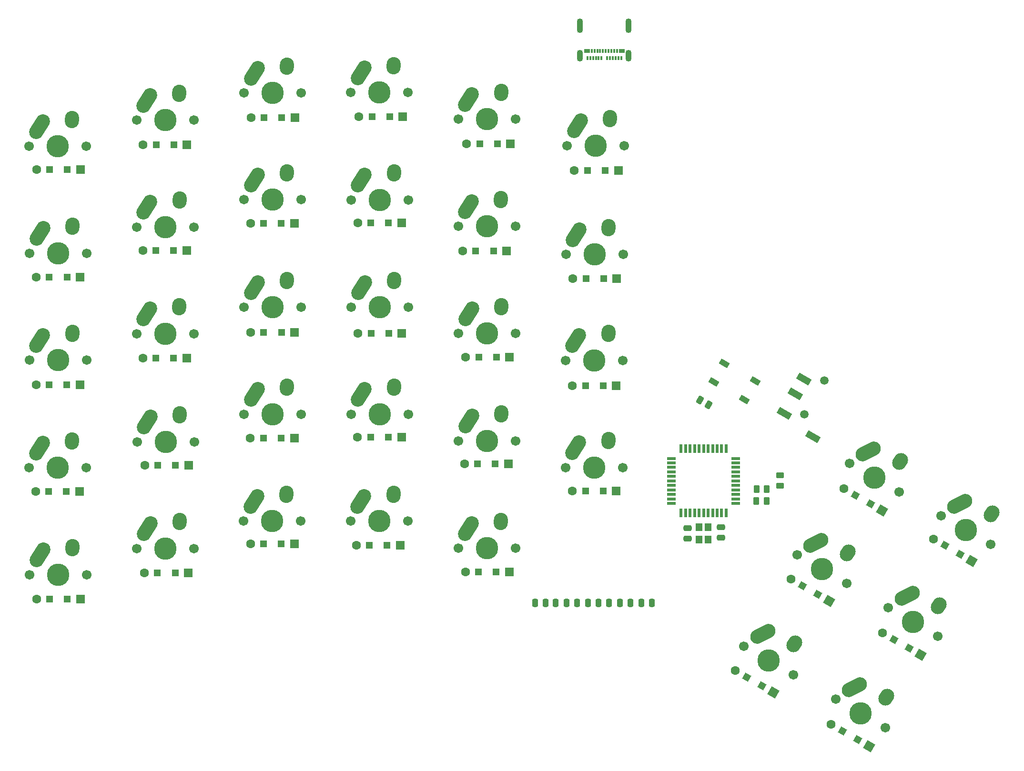
<source format=gbs>
%TF.GenerationSoftware,KiCad,Pcbnew,7.0.1*%
%TF.CreationDate,2023-09-23T01:26:56+08:00*%
%TF.ProjectId,split70kb,73706c69-7437-4306-9b62-2e6b69636164,rev?*%
%TF.SameCoordinates,Original*%
%TF.FileFunction,Soldermask,Bot*%
%TF.FilePolarity,Negative*%
%FSLAX46Y46*%
G04 Gerber Fmt 4.6, Leading zero omitted, Abs format (unit mm)*
G04 Created by KiCad (PCBNEW 7.0.1) date 2023-09-23 01:26:56*
%MOMM*%
%LPD*%
G01*
G04 APERTURE LIST*
G04 Aperture macros list*
%AMRoundRect*
0 Rectangle with rounded corners*
0 $1 Rounding radius*
0 $2 $3 $4 $5 $6 $7 $8 $9 X,Y pos of 4 corners*
0 Add a 4 corners polygon primitive as box body*
4,1,4,$2,$3,$4,$5,$6,$7,$8,$9,$2,$3,0*
0 Add four circle primitives for the rounded corners*
1,1,$1+$1,$2,$3*
1,1,$1+$1,$4,$5*
1,1,$1+$1,$6,$7*
1,1,$1+$1,$8,$9*
0 Add four rect primitives between the rounded corners*
20,1,$1+$1,$2,$3,$4,$5,0*
20,1,$1+$1,$4,$5,$6,$7,0*
20,1,$1+$1,$6,$7,$8,$9,0*
20,1,$1+$1,$8,$9,$2,$3,0*%
%AMHorizOval*
0 Thick line with rounded ends*
0 $1 width*
0 $2 $3 position (X,Y) of the first rounded end (center of the circle)*
0 $4 $5 position (X,Y) of the second rounded end (center of the circle)*
0 Add line between two ends*
20,1,$1,$2,$3,$4,$5,0*
0 Add two circle primitives to create the rounded ends*
1,1,$1,$2,$3*
1,1,$1,$4,$5*%
%AMRotRect*
0 Rectangle, with rotation*
0 The origin of the aperture is its center*
0 $1 length*
0 $2 width*
0 $3 Rotation angle, in degrees counterclockwise*
0 Add horizontal line*
21,1,$1,$2,0,0,$3*%
G04 Aperture macros list end*
%ADD10C,1.701800*%
%ADD11C,3.987800*%
%ADD12HorizOval,2.500000X-0.604462X-0.948815X0.604462X0.948815X0*%
%ADD13HorizOval,2.500000X-0.019724X-0.289328X0.019724X0.289328X0*%
%ADD14HorizOval,2.500000X-0.997887X-0.519467X0.997887X0.519467X0*%
%ADD15HorizOval,2.500000X-0.161746X-0.240704X0.161746X0.240704X0*%
%ADD16R,1.200000X1.400000*%
%ADD17R,1.600000X1.600000*%
%ADD18R,1.200000X1.200000*%
%ADD19C,1.600000*%
%ADD20C,1.500000*%
%ADD21RotRect,1.200000X2.500000X240.000000*%
%ADD22RoundRect,0.250000X0.250000X0.475000X-0.250000X0.475000X-0.250000X-0.475000X0.250000X-0.475000X0*%
%ADD23RoundRect,0.250000X-0.475000X0.250000X-0.475000X-0.250000X0.475000X-0.250000X0.475000X0.250000X0*%
%ADD24R,0.300000X0.700000*%
%ADD25R,1.000000X0.700000*%
%ADD26O,1.100000X2.600000*%
%ADD27O,1.100000X2.100000*%
%ADD28RotRect,1.600000X1.600000X150.000000*%
%ADD29RotRect,1.200000X1.200000X150.000000*%
%ADD30RoundRect,0.250000X0.450000X-0.262500X0.450000X0.262500X-0.450000X0.262500X-0.450000X-0.262500X0*%
%ADD31RoundRect,0.250000X0.452332X0.258461X-0.002332X0.520961X-0.452332X-0.258461X0.002332X-0.520961X0*%
%ADD32R,0.550000X1.500000*%
%ADD33R,1.500000X0.550000*%
%ADD34RoundRect,0.250000X0.262500X0.450000X-0.262500X0.450000X-0.262500X-0.450000X0.262500X-0.450000X0*%
%ADD35RoundRect,0.250000X0.475000X-0.250000X0.475000X0.250000X-0.475000X0.250000X-0.475000X-0.250000X0*%
%ADD36RotRect,1.700000X1.000000X150.000000*%
G04 APERTURE END LIST*
D10*
%TO.C,K26*%
X121920000Y-40894000D03*
D11*
X127000000Y-40894000D03*
D10*
X132080000Y-40894000D03*
D12*
X123745000Y-37374000D03*
D13*
X129520000Y-36104000D03*
%TD*%
D10*
%TO.C,K10*%
X45440000Y-112492400D03*
D11*
X50520000Y-112492400D03*
D10*
X55600000Y-112492400D03*
D12*
X47265000Y-108972400D03*
D13*
X53040000Y-107702400D03*
%TD*%
D10*
%TO.C,K12*%
X64489200Y-50496000D03*
D11*
X69569200Y-50496000D03*
D10*
X74649200Y-50496000D03*
D12*
X66314200Y-46976000D03*
D13*
X72089200Y-45706000D03*
%TD*%
D10*
%TO.C,K6*%
X45413500Y-36361100D03*
D11*
X50493500Y-36361100D03*
D10*
X55573500Y-36361100D03*
D12*
X47238500Y-32841100D03*
D13*
X53013500Y-31571100D03*
%TD*%
D10*
%TO.C,K22*%
X102566700Y-55213300D03*
D11*
X107646700Y-55213300D03*
D10*
X112726700Y-55213300D03*
D12*
X104391700Y-51693300D03*
D13*
X110166700Y-50423300D03*
%TD*%
D10*
%TO.C,K1*%
X26342300Y-41013900D03*
D11*
X31422300Y-41013900D03*
D10*
X36502300Y-41013900D03*
D12*
X28167300Y-37493900D03*
D13*
X33942300Y-36223900D03*
%TD*%
D10*
%TO.C,K9*%
X45486700Y-93538200D03*
D11*
X50566700Y-93538200D03*
D10*
X55646700Y-93538200D03*
D12*
X47311700Y-90018200D03*
D13*
X53086700Y-88748200D03*
%TD*%
D10*
%TO.C,K32*%
X172088891Y-97343900D03*
D11*
X176488300Y-99883900D03*
D10*
X180887709Y-102423900D03*
D14*
X175429387Y-95207991D03*
D15*
X181065684Y-96995638D03*
%TD*%
D10*
%TO.C,K14*%
X64531000Y-88640100D03*
D11*
X69611000Y-88640100D03*
D10*
X74691000Y-88640100D03*
D12*
X66356000Y-85120100D03*
D13*
X72131000Y-83850100D03*
%TD*%
D10*
%TO.C,K34*%
X178973891Y-123032900D03*
D11*
X183373300Y-125572900D03*
D10*
X187772709Y-128112900D03*
D14*
X182314387Y-120896991D03*
D15*
X187950684Y-122684638D03*
%TD*%
D10*
%TO.C,K8*%
X45403000Y-74323000D03*
D11*
X50483000Y-74323000D03*
D10*
X55563000Y-74323000D03*
D12*
X47228000Y-70803000D03*
D13*
X53003000Y-69533000D03*
%TD*%
D10*
%TO.C,K18*%
X83570000Y-69625000D03*
D11*
X88650000Y-69625000D03*
D10*
X93730000Y-69625000D03*
D12*
X85395000Y-66105000D03*
D13*
X91170000Y-64835000D03*
%TD*%
D10*
%TO.C,K15*%
X64420000Y-107625000D03*
D11*
X69500000Y-107625000D03*
D10*
X74580000Y-107625000D03*
D12*
X66245000Y-104105000D03*
D13*
X72020000Y-102835000D03*
%TD*%
D10*
%TO.C,K2*%
X26393300Y-60024900D03*
D11*
X31473300Y-60024900D03*
D10*
X36553300Y-60024900D03*
D12*
X28218300Y-56504900D03*
D13*
X33993300Y-55234900D03*
%TD*%
D10*
%TO.C,K23*%
X102620000Y-74275000D03*
D11*
X107700000Y-74275000D03*
D10*
X112780000Y-74275000D03*
D12*
X104445000Y-70755000D03*
D13*
X110220000Y-69485000D03*
%TD*%
D10*
%TO.C,K17*%
X83520000Y-50525000D03*
D11*
X88600000Y-50525000D03*
D10*
X93680000Y-50525000D03*
D12*
X85345000Y-47005000D03*
D13*
X91120000Y-45735000D03*
%TD*%
D10*
%TO.C,K5*%
X26392200Y-117163900D03*
D11*
X31472200Y-117163900D03*
D10*
X36552200Y-117163900D03*
D12*
X28217200Y-113643900D03*
D13*
X33992200Y-112373900D03*
%TD*%
D10*
%TO.C,K4*%
X26325400Y-98139500D03*
D11*
X31405400Y-98139500D03*
D10*
X36485400Y-98139500D03*
D12*
X28150400Y-94619500D03*
D13*
X33925400Y-93349500D03*
%TD*%
D10*
%TO.C,K13*%
X64508800Y-69604900D03*
D11*
X69588800Y-69604900D03*
D10*
X74668800Y-69604900D03*
D12*
X66333800Y-66084900D03*
D13*
X72108800Y-64814900D03*
%TD*%
D10*
%TO.C,K30*%
X153343191Y-129842100D03*
D11*
X157742600Y-132382100D03*
D10*
X162142009Y-134922100D03*
D14*
X156683687Y-127706191D03*
D15*
X162319984Y-129493838D03*
%TD*%
D10*
%TO.C,K29*%
X121620000Y-98106700D03*
D11*
X126700000Y-98106700D03*
D10*
X131780000Y-98106700D03*
D12*
X123445000Y-94586700D03*
D13*
X129220000Y-93316700D03*
%TD*%
D10*
%TO.C,K16*%
X83495000Y-31425000D03*
D11*
X88575000Y-31425000D03*
D10*
X93655000Y-31425000D03*
D12*
X85320000Y-27905000D03*
D13*
X91095000Y-26635000D03*
%TD*%
D10*
%TO.C,K33*%
X188348491Y-106711400D03*
D11*
X192747900Y-109251400D03*
D10*
X197147309Y-111791400D03*
D14*
X191688987Y-104575491D03*
D15*
X197325284Y-106363138D03*
%TD*%
D10*
%TO.C,K21*%
X102584600Y-36180400D03*
D11*
X107664600Y-36180400D03*
D10*
X112744600Y-36180400D03*
D12*
X104409600Y-32660400D03*
D13*
X110184600Y-31390400D03*
%TD*%
D10*
%TO.C,K31*%
X162765291Y-113614300D03*
D11*
X167164700Y-116154300D03*
D10*
X171564109Y-118694300D03*
D14*
X166105787Y-111478391D03*
D15*
X171742084Y-113266038D03*
%TD*%
D10*
%TO.C,K25*%
X102561700Y-112447500D03*
D11*
X107641700Y-112447500D03*
D10*
X112721700Y-112447500D03*
D12*
X104386700Y-108927500D03*
D13*
X110161700Y-107657500D03*
%TD*%
D10*
%TO.C,K3*%
X26370000Y-79025000D03*
D11*
X31450000Y-79025000D03*
D10*
X36530000Y-79025000D03*
D12*
X28195000Y-75505000D03*
D13*
X33970000Y-74235000D03*
%TD*%
D10*
%TO.C,K24*%
X102613000Y-93358000D03*
D11*
X107693000Y-93358000D03*
D10*
X112773000Y-93358000D03*
D12*
X104438000Y-89838000D03*
D13*
X110213000Y-88568000D03*
%TD*%
D10*
%TO.C,K19*%
X83527000Y-88626800D03*
D11*
X88607000Y-88626800D03*
D10*
X93687000Y-88626800D03*
D12*
X85352000Y-85106800D03*
D13*
X91127000Y-83836800D03*
%TD*%
D10*
%TO.C,K27*%
X121685200Y-60220100D03*
D11*
X126765200Y-60220100D03*
D10*
X131845200Y-60220100D03*
D12*
X123510200Y-56700100D03*
D13*
X129285200Y-55430100D03*
%TD*%
D10*
%TO.C,K35*%
X169625991Y-139292900D03*
D11*
X174025400Y-141832900D03*
D10*
X178424809Y-144372900D03*
D14*
X172966487Y-137156991D03*
D15*
X178602784Y-138944638D03*
%TD*%
D10*
%TO.C,K20*%
X83449200Y-107638500D03*
D11*
X88529200Y-107638500D03*
D10*
X93609200Y-107638500D03*
D12*
X85274200Y-104118500D03*
D13*
X91049200Y-102848500D03*
%TD*%
D10*
%TO.C,K7*%
X45425000Y-55330800D03*
D11*
X50505000Y-55330800D03*
D10*
X55585000Y-55330800D03*
D12*
X47250000Y-51810800D03*
D13*
X53025000Y-50540800D03*
%TD*%
D10*
%TO.C,K11*%
X64522800Y-31506700D03*
D11*
X69602800Y-31506700D03*
D10*
X74682800Y-31506700D03*
D12*
X66347800Y-27986700D03*
D13*
X72122800Y-26716700D03*
%TD*%
D10*
%TO.C,K28*%
X121633400Y-79075000D03*
D11*
X126713400Y-79075000D03*
D10*
X131793400Y-79075000D03*
D12*
X123458400Y-75555000D03*
D13*
X129233400Y-74285000D03*
%TD*%
D16*
%TO.C,X1*%
X145362000Y-110921500D03*
X145362000Y-108721500D03*
X146962000Y-108721500D03*
X146962000Y-110921500D03*
%TD*%
D17*
%TO.C,D10*%
X54594000Y-116810400D03*
D18*
X52269000Y-116810400D03*
X49119000Y-116810400D03*
D19*
X46794000Y-116810400D03*
%TD*%
D17*
%TO.C,D17*%
X92487900Y-54636300D03*
D18*
X90162900Y-54636300D03*
X87012900Y-54636300D03*
D19*
X84687900Y-54636300D03*
%TD*%
D17*
%TO.C,D19*%
X92480200Y-92730600D03*
D18*
X90155200Y-92730600D03*
X87005200Y-92730600D03*
D19*
X84680200Y-92730600D03*
%TD*%
D20*
%TO.C,J2*%
X167584500Y-82614529D03*
X164084500Y-88676707D03*
D21*
X162469917Y-84973246D03*
X163969917Y-82375169D03*
X165549083Y-92639975D03*
X160469917Y-88437347D03*
%TD*%
D22*
%TO.C,C3*%
X136972000Y-122174000D03*
X135072000Y-122174000D03*
%TD*%
D17*
%TO.C,D4*%
X35271800Y-102339900D03*
D18*
X32946800Y-102339900D03*
X29796800Y-102339900D03*
D19*
X27471800Y-102339900D03*
%TD*%
D17*
%TO.C,D29*%
X130639100Y-102249500D03*
D18*
X128314100Y-102249500D03*
X125164100Y-102249500D03*
D19*
X122839100Y-102249500D03*
%TD*%
D23*
%TO.C,C2*%
X143288300Y-108871500D03*
X143288300Y-110771500D03*
%TD*%
D17*
%TO.C,D28*%
X130632200Y-83531700D03*
D18*
X128307200Y-83531700D03*
X125157200Y-83531700D03*
D19*
X122832200Y-83531700D03*
%TD*%
D17*
%TO.C,D2*%
X35378700Y-64244100D03*
D18*
X33053700Y-64244100D03*
X29903700Y-64244100D03*
D19*
X27578700Y-64244100D03*
%TD*%
D24*
%TO.C,J1*%
X125524000Y-25328000D03*
X126024000Y-25328000D03*
X126524000Y-25328000D03*
X127024000Y-25328000D03*
X127524000Y-25328000D03*
X128024000Y-25328000D03*
X129024000Y-25328000D03*
X129524000Y-25328000D03*
X130024000Y-25328000D03*
X130524000Y-25328000D03*
X131024000Y-25328000D03*
X131524000Y-25328000D03*
D25*
X131624000Y-24028000D03*
D24*
X130774000Y-24028000D03*
X130274000Y-24028000D03*
X129774000Y-24028000D03*
X129274000Y-24028000D03*
X128774000Y-24028000D03*
X128274000Y-24028000D03*
X127774000Y-24028000D03*
X127274000Y-24028000D03*
X126774000Y-24028000D03*
X126274000Y-24028000D03*
D25*
X125424000Y-24028000D03*
D26*
X124204000Y-19558000D03*
D27*
X124204000Y-24918000D03*
D26*
X132844000Y-19558000D03*
D27*
X132844000Y-24918000D03*
%TD*%
D22*
%TO.C,C6*%
X125608000Y-122174000D03*
X123708000Y-122174000D03*
%TD*%
D28*
%TO.C,D35*%
X175537199Y-147666000D03*
D29*
X173523690Y-146503500D03*
X170795710Y-144928500D03*
D19*
X168782201Y-143766000D03*
%TD*%
D30*
%TO.C,R2*%
X159766000Y-101346000D03*
X159766000Y-99521000D03*
%TD*%
D31*
%TO.C,R1*%
X147066048Y-86988650D03*
X145485552Y-86076150D03*
%TD*%
D22*
%TO.C,C7*%
X121798000Y-122174000D03*
X119898000Y-122174000D03*
%TD*%
D17*
%TO.C,D6*%
X54364500Y-40716700D03*
D18*
X52039500Y-40716700D03*
X48889500Y-40716700D03*
D19*
X46564500Y-40716700D03*
%TD*%
D22*
%TO.C,C5*%
X129352000Y-122174000D03*
X127452000Y-122174000D03*
%TD*%
D17*
%TO.C,D22*%
X111154300Y-59626300D03*
D18*
X108829300Y-59626300D03*
X105679300Y-59626300D03*
D19*
X103354300Y-59626300D03*
%TD*%
D17*
%TO.C,D1*%
X35429700Y-45115500D03*
D18*
X33104700Y-45115500D03*
X29954700Y-45115500D03*
D19*
X27629700Y-45115500D03*
%TD*%
D17*
%TO.C,D9*%
X54640700Y-97738600D03*
D18*
X52315700Y-97738600D03*
X49165700Y-97738600D03*
D19*
X46840700Y-97738600D03*
%TD*%
D17*
%TO.C,D13*%
X73473200Y-74056900D03*
D18*
X71148200Y-74056900D03*
X67998200Y-74056900D03*
D19*
X65673200Y-74056900D03*
%TD*%
D32*
%TO.C,U1*%
X150162000Y-106182000D03*
X149362000Y-106182000D03*
X148562000Y-106182000D03*
X147762000Y-106182000D03*
X146962000Y-106182000D03*
X146162000Y-106182000D03*
X145362000Y-106182000D03*
X144562000Y-106182000D03*
X143762000Y-106182000D03*
X142962000Y-106182000D03*
X142162000Y-106182000D03*
D33*
X140462000Y-104482000D03*
X140462000Y-103682000D03*
X140462000Y-102882000D03*
X140462000Y-102082000D03*
X140462000Y-101282000D03*
X140462000Y-100482000D03*
X140462000Y-99682000D03*
X140462000Y-98882000D03*
X140462000Y-98082000D03*
X140462000Y-97282000D03*
X140462000Y-96482000D03*
D32*
X142162000Y-94782000D03*
X142962000Y-94782000D03*
X143762000Y-94782000D03*
X144562000Y-94782000D03*
X145362000Y-94782000D03*
X146162000Y-94782000D03*
X146962000Y-94782000D03*
X147762000Y-94782000D03*
X148562000Y-94782000D03*
X149362000Y-94782000D03*
X150162000Y-94782000D03*
D33*
X151862000Y-96482000D03*
X151862000Y-97282000D03*
X151862000Y-98082000D03*
X151862000Y-98882000D03*
X151862000Y-99682000D03*
X151862000Y-100482000D03*
X151862000Y-101282000D03*
X151862000Y-102082000D03*
X151862000Y-102882000D03*
X151862000Y-103682000D03*
X151862000Y-104482000D03*
%TD*%
D28*
%TO.C,D31*%
X168477499Y-121838000D03*
D29*
X166463990Y-120675500D03*
X163736010Y-119100500D03*
D19*
X161722501Y-117938000D03*
%TD*%
D17*
%TO.C,D18*%
X92543500Y-74235700D03*
D18*
X90218500Y-74235700D03*
X87068500Y-74235700D03*
D19*
X84743500Y-74235700D03*
%TD*%
D34*
%TO.C,R3*%
X157365000Y-104056100D03*
X155540000Y-104056100D03*
%TD*%
D17*
%TO.C,D20*%
X92250000Y-111925000D03*
D18*
X89925000Y-111925000D03*
X86775000Y-111925000D03*
D19*
X84450000Y-111925000D03*
%TD*%
D17*
%TO.C,D8*%
X54303000Y-78659800D03*
D18*
X51978000Y-78659800D03*
X48828000Y-78659800D03*
D19*
X46503000Y-78659800D03*
%TD*%
D17*
%TO.C,D21*%
X111837400Y-40536000D03*
D18*
X109512400Y-40536000D03*
X106362400Y-40536000D03*
D19*
X104037400Y-40536000D03*
%TD*%
D22*
%TO.C,C8*%
X118110000Y-122174000D03*
X116210000Y-122174000D03*
%TD*%
D35*
%TO.C,C1*%
X149215300Y-110591900D03*
X149215300Y-108691900D03*
%TD*%
D17*
%TO.C,D5*%
X35428600Y-121481900D03*
D18*
X33103600Y-121481900D03*
X29953600Y-121481900D03*
D19*
X27628600Y-121481900D03*
%TD*%
D36*
%TO.C,SW1*%
X155315980Y-82733552D03*
X149860020Y-79583552D03*
X153415980Y-86024448D03*
X147960020Y-82874448D03*
%TD*%
D17*
%TO.C,D11*%
X73540400Y-35862300D03*
D18*
X71215400Y-35862300D03*
X68065400Y-35862300D03*
D19*
X65740400Y-35862300D03*
%TD*%
D17*
%TO.C,D27*%
X130740000Y-64516000D03*
D18*
X128415000Y-64516000D03*
X125265000Y-64516000D03*
D19*
X122940000Y-64516000D03*
%TD*%
D17*
%TO.C,D14*%
X73434400Y-92865000D03*
D18*
X71109400Y-92865000D03*
X67959400Y-92865000D03*
D19*
X65634400Y-92865000D03*
%TD*%
D28*
%TO.C,D33*%
X193761499Y-114700500D03*
D29*
X191747990Y-113538000D03*
X189020010Y-111963000D03*
D19*
X187006501Y-110800500D03*
%TD*%
D17*
%TO.C,D26*%
X131002200Y-45269900D03*
D18*
X128677200Y-45269900D03*
X125527200Y-45269900D03*
D19*
X123202200Y-45269900D03*
%TD*%
D17*
%TO.C,D16*%
X92722500Y-35740200D03*
D18*
X90397500Y-35740200D03*
X87247500Y-35740200D03*
D19*
X84922500Y-35740200D03*
%TD*%
D17*
%TO.C,D24*%
X111454700Y-97465500D03*
D18*
X109129700Y-97465500D03*
X105979700Y-97465500D03*
D19*
X103654700Y-97465500D03*
%TD*%
D28*
%TO.C,D30*%
X158571499Y-138094000D03*
D29*
X156557990Y-136931500D03*
X153830010Y-135356500D03*
D19*
X151816501Y-134194000D03*
%TD*%
D22*
%TO.C,C4*%
X133162000Y-122174000D03*
X131262000Y-122174000D03*
%TD*%
D17*
%TO.C,D15*%
X73437600Y-111689000D03*
D18*
X71112600Y-111689000D03*
X67962600Y-111689000D03*
D19*
X65637600Y-111689000D03*
%TD*%
D17*
%TO.C,D25*%
X111624600Y-116650800D03*
D18*
X109299600Y-116650800D03*
X106149600Y-116650800D03*
D19*
X103824600Y-116650800D03*
%TD*%
D28*
%TO.C,D32*%
X177823199Y-105756000D03*
D29*
X175809690Y-104593500D03*
X173081710Y-103018500D03*
D19*
X171068201Y-101856000D03*
%TD*%
D28*
%TO.C,D34*%
X184681199Y-131410000D03*
D29*
X182667690Y-130247500D03*
X179939710Y-128672500D03*
D19*
X177926201Y-127510000D03*
%TD*%
D17*
%TO.C,D23*%
X111690000Y-78486000D03*
D18*
X109365000Y-78486000D03*
X106215000Y-78486000D03*
D19*
X103890000Y-78486000D03*
%TD*%
D17*
%TO.C,D7*%
X54325000Y-59550000D03*
D18*
X52000000Y-59550000D03*
X48850000Y-59550000D03*
D19*
X46525000Y-59550000D03*
%TD*%
D34*
%TO.C,R4*%
X157376500Y-101902600D03*
X155551500Y-101902600D03*
%TD*%
D17*
%TO.C,D12*%
X73455800Y-54715200D03*
D18*
X71130800Y-54715200D03*
X67980800Y-54715200D03*
D19*
X65655800Y-54715200D03*
%TD*%
D17*
%TO.C,D3*%
X35355400Y-83361800D03*
D18*
X33030400Y-83361800D03*
X29880400Y-83361800D03*
D19*
X27555400Y-83361800D03*
%TD*%
M02*

</source>
